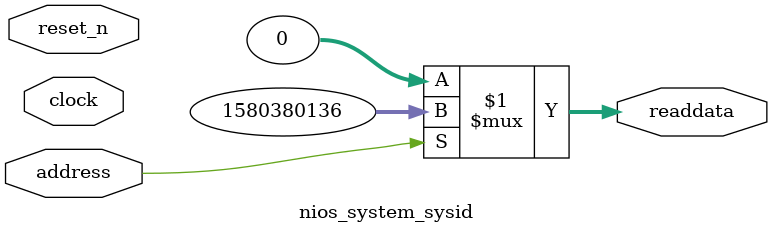
<source format=v>

`timescale 1ns / 1ps
// synthesis translate_on

// turn off superfluous verilog processor warnings 
// altera message_level Level1 
// altera message_off 10034 10035 10036 10037 10230 10240 10030 

module nios_system_sysid (
               // inputs:
                address,
                clock,
                reset_n,

               // outputs:
                readdata
             )
;

  output  [ 31: 0] readdata;
  input            address;
  input            clock;
  input            reset_n;

  wire    [ 31: 0] readdata;
  //control_slave, which is an e_avalon_slave
  assign readdata = address ? 1580380136 : 0;

endmodule




</source>
